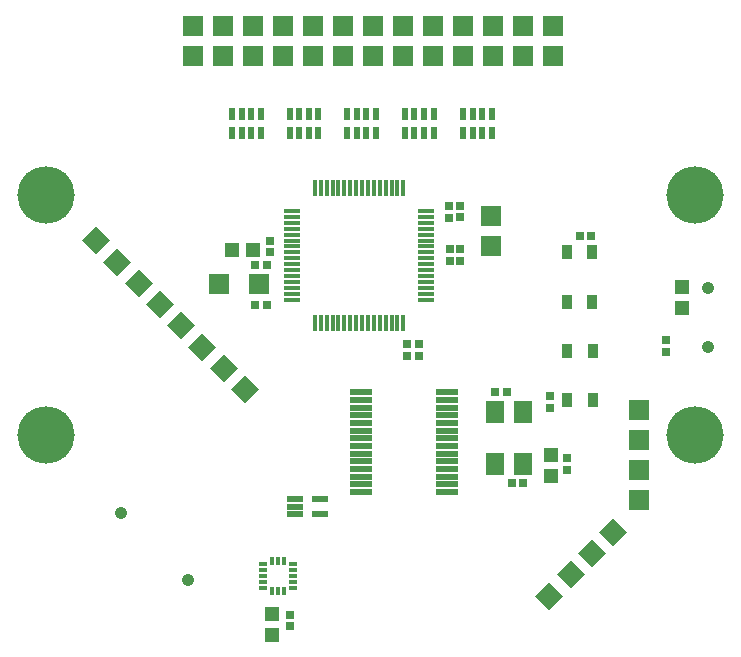
<source format=gbr>
G04 EasyPC Gerber Version 21.0.3 Build 4286 *
G04 #@! TF.Part,Single*
G04 #@! TF.FileFunction,Soldermask,Top *
G04 #@! TF.FilePolarity,Negative *
%FSLAX35Y35*%
%MOIN*%
G04 #@! TA.AperFunction,SMDPad*
%ADD102R,0.01781X0.05324*%
%ADD114R,0.01800X0.02600*%
%ADD115R,0.02200X0.04100*%
%ADD104R,0.03000X0.03000*%
%ADD111R,0.03200X0.04800*%
%ADD119R,0.04537X0.04891*%
%ADD108R,0.04540X0.04930*%
%ADD110R,0.06100X0.07700*%
%ADD103R,0.05324X0.01781*%
%ADD113R,0.02600X0.01800*%
%ADD107R,0.07800X0.02300*%
%ADD117R,0.05200X0.02400*%
%ADD106R,0.03000X0.03000*%
%ADD109R,0.04930X0.04540*%
G04 #@! TA.AperFunction,ComponentPad*
%ADD112R,0.06600X0.06600*%
G04 #@! TA.AperFunction,SMDPad*
%ADD105R,0.06900X0.06900*%
G04 #@! TA.AperFunction,ComponentPad*
%ADD118C,0.04200*%
G04 #@! TA.AperFunction,WasherPad*
%ADD101C,0.19100*%
G04 #@! TA.AperFunction,ComponentPad*
%AMT116*0 Rectangle Pad at angle 45*21,1,0.06600,0.06600,0,0,45*%
%ADD116T116*%
X0Y0D02*
D02*
D101*
X13250Y81050D03*
Y161050D03*
X229550Y81050D03*
Y161050D03*
D02*
D102*
X102750Y118409D03*
Y163291D03*
X104718Y118409D03*
Y163291D03*
X106687Y118409D03*
Y163291D03*
X108655Y118409D03*
Y163291D03*
X110624Y118409D03*
Y163291D03*
X112592Y118409D03*
Y163291D03*
X114561Y118409D03*
Y163291D03*
X116529Y118409D03*
Y163291D03*
X118498Y118409D03*
Y163291D03*
X120466Y118409D03*
Y163291D03*
X122435Y118409D03*
Y163291D03*
X124403Y118409D03*
Y163291D03*
X126372Y118409D03*
Y163291D03*
X128340Y118409D03*
Y163291D03*
X130309Y118409D03*
Y163291D03*
X132277Y118409D03*
Y163291D03*
D02*
D103*
X95073Y126086D03*
Y128055D03*
Y130023D03*
Y131992D03*
Y133960D03*
Y135929D03*
Y137897D03*
Y139866D03*
Y141834D03*
Y143803D03*
Y145771D03*
Y147740D03*
Y149708D03*
Y151677D03*
Y153645D03*
Y155614D03*
X139954Y126086D03*
Y128055D03*
Y130023D03*
Y131992D03*
Y133960D03*
Y135929D03*
Y137897D03*
Y139866D03*
Y141834D03*
Y143803D03*
Y145771D03*
Y147740D03*
Y149708D03*
Y151677D03*
Y153645D03*
Y155614D03*
D02*
D104*
X87650Y141850D03*
Y145750D03*
X94450Y17150D03*
Y21050D03*
X147450Y153450D03*
Y157350D03*
X147650Y138950D03*
Y142850D03*
X151150Y153550D03*
Y157450D03*
X151250Y138950D03*
Y142850D03*
X181150Y89950D03*
Y93850D03*
X186650Y69350D03*
Y73250D03*
X219850Y108650D03*
Y112550D03*
D02*
D105*
X70750Y131250D03*
X84150D03*
D02*
D106*
X82950Y124150D03*
Y137550D03*
X86850Y124150D03*
Y137550D03*
X133450Y107350D03*
Y111350D03*
X137350Y107350D03*
Y111350D03*
X162950Y95450D03*
X166850D03*
X168350Y64850D03*
X172250D03*
X191050Y147250D03*
X194950D03*
D02*
D107*
X118056Y61916D03*
Y64475D03*
Y67035D03*
Y69593D03*
Y72152D03*
Y74711D03*
Y77270D03*
Y79830D03*
Y82389D03*
Y84948D03*
Y87507D03*
Y90065D03*
Y92625D03*
Y95184D03*
X146844Y61916D03*
Y64475D03*
Y67035D03*
Y69593D03*
Y72152D03*
Y74711D03*
Y77270D03*
Y79830D03*
Y82389D03*
Y84948D03*
Y87507D03*
Y90065D03*
Y92625D03*
Y95184D03*
D02*
D108*
X75250Y142750D03*
X82250D03*
D02*
D109*
X88450Y14450D03*
Y21450D03*
D02*
D110*
X162850Y71350D03*
Y88650D03*
X172250Y71350D03*
Y88650D03*
D02*
D111*
X186650Y125450D03*
Y141850D03*
X186850Y92550D03*
Y108950D03*
X195150Y125450D03*
Y141850D03*
X195350Y92550D03*
Y108950D03*
D02*
D112*
X62050Y207450D03*
Y217450D03*
X72050Y207450D03*
Y217450D03*
X82050Y207450D03*
Y217450D03*
X92050Y207450D03*
Y217450D03*
X102050Y207450D03*
Y217450D03*
X112050Y207450D03*
Y217450D03*
X122050Y207450D03*
Y217450D03*
X132050Y207450D03*
Y217450D03*
X142050Y207450D03*
Y217450D03*
X152050Y207450D03*
Y217450D03*
X161450Y143850D03*
Y153850D03*
X162050Y207450D03*
Y217450D03*
X172050Y207450D03*
Y217450D03*
X182050Y207450D03*
Y217450D03*
X210750Y59450D03*
Y69450D03*
Y79450D03*
Y89450D03*
D02*
D113*
X85481Y29881D03*
Y31881D03*
Y33881D03*
Y35881D03*
Y37881D03*
X95381Y29881D03*
Y31881D03*
Y33881D03*
Y35881D03*
Y37881D03*
D02*
D114*
X88381Y28881D03*
Y38881D03*
X90381Y28881D03*
Y38881D03*
X92381Y28881D03*
Y38881D03*
D02*
D115*
X75150Y181600D03*
Y188100D03*
X78350Y181600D03*
Y188100D03*
X81550Y181600D03*
Y188100D03*
X84750Y181600D03*
Y188100D03*
X94350Y181500D03*
Y188000D03*
X97550Y181500D03*
Y188000D03*
X100750Y181500D03*
Y188000D03*
X103950Y181500D03*
Y188000D03*
X113550Y181600D03*
Y188100D03*
X116750Y181600D03*
Y188100D03*
X119950Y181600D03*
Y188100D03*
X123150Y181600D03*
Y188100D03*
X132750Y181500D03*
Y188000D03*
X135950Y181500D03*
Y188000D03*
X139150Y181500D03*
Y188000D03*
X142350Y181500D03*
Y188000D03*
X152150Y181500D03*
Y188000D03*
X155350Y181500D03*
Y188000D03*
X158550Y181500D03*
Y188000D03*
X161750Y181500D03*
Y188000D03*
D02*
D116*
X29901Y145799D03*
X36972Y138728D03*
X44043Y131657D03*
X51115Y124585D03*
X58185Y117515D03*
X65257Y110443D03*
X72328Y103372D03*
X79399Y96301D03*
X180937Y27437D03*
X188008Y34508D03*
X195079Y41579D03*
X202150Y48650D03*
D02*
D117*
X96226Y54491D03*
Y57050D03*
Y59609D03*
X104474Y54491D03*
Y59609D03*
D02*
D118*
X38165Y55035D03*
X60439Y32761D03*
X233650Y110350D03*
Y129950D03*
D02*
D119*
X181350Y67250D03*
Y74250D03*
X225050Y123150D03*
Y130150D03*
X0Y0D02*
M02*

</source>
